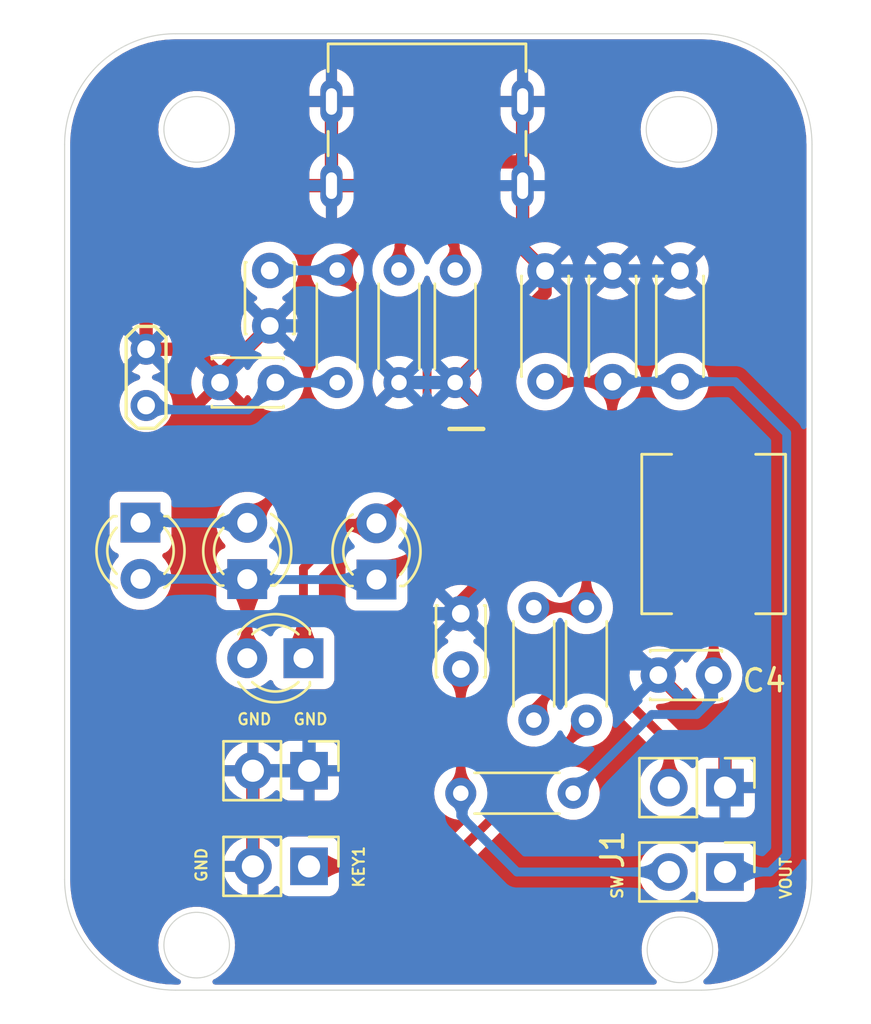
<source format=kicad_pcb>
(kicad_pcb (version 20240108) (generator "pcbnew") (generator_version "8.0")
  (layers (0 "F.Cu" signal) (31 "B.Cu" signal) (36 "B.SilkS" user "B.Silkscreen") (37 "F.SilkS" user "F.Silkscreen") (38 "B.Mask" user) (39 "F.Mask" user) (44 "Edge.Cuts" user))
  (net 0 "")
  (net 1 "GND")
  (net 2 "VCC")
  (net 3 "/VOUT")
  (net 4 "Net-(U1-BAT)")
  (net 5 "Net-(J1-Pin_2)")
  (net 6 "/LED3")
  (net 7 "/LED1")
  (net 8 "/LED2")
  (net 9 "Net-(J3-Pin_1)")
  (net 10 "Net-(J4-Pin_2)")
  (net 11 "/CC1")
  (net 12 "/CC2")
  (net 13 "Net-(U1-SW)")
  (net 14 "Net-(U1-KEY)")
  (net 15 "Net-(J6-Pin_2)")
  (footprint "LED_THT:LED_D3.0mm" (layer "F.Cu") (at 115.062 64.745 -90)
    (property "Reference" "D2" (hide yes))
    (property "Value" "LED")
    (fp_line (start -0.29 1.08) (end -0.29 1.236) (stroke (width 0.12)) (layer "F.SilkS"))
    (fp_line (start -0.29 -1.236) (end -0.29 -1.08) (stroke (width 0.12)) (layer "F.SilkS"))
    (fp_arc (start 2.31113 1.079837) (mid 1.270117 1.5) (end 0.229039 1.08) (stroke (width 0.12)) (layer "F.SilkS"))
    (fp_arc (start 2.942335 1.078608) (mid 1.366487 1.987659) (end -0.29 1.235516) (stroke (width 0.12)) (layer "F.SilkS"))
    (fp_arc (start 0.229039 -1.08) (mid 1.270117 -1.5) (end 2.31113 -1.079837) (stroke (width 0.12)) (layer "F.SilkS"))
    (fp_arc (start -0.29 -1.235516) (mid 1.366487 -1.987659) (end 2.942335 -1.078608) (stroke (width 0.12)) (layer "F.SilkS"))
    (pad "1" thru_hole rect (at 0 0 270) (size 1.8 1.8) (drill 0.9) (layers "*.Cu" "*.Mask") (net 7 "/LED1"))
    (pad "2" thru_hole circle (at 2.54 0 270) (size 1.8 1.8) (drill 0.9) (layers "*.Cu" "*.Mask") (net 6 "/LED3"))
  )
  (footprint "Resistor_THT:R_Axial_DIN0204_L3.6mm_D1.6mm_P5.08mm_Horizontal" (layer "F.Cu") (at 126.746 58.42 90)
    (property "Reference" "R6" (hide yes))
    (property "Value" "5.1k")
    (fp_line (start 0.62 -0.92) (end 4.46 -0.92) (stroke (width 0.12)) (layer "F.SilkS"))
    (fp_line (start 0.62 0.92) (end 4.46 0.92) (stroke (width 0.12)) (layer "F.SilkS"))
    (pad "1" thru_hole circle (at 0 0 90) (size 1.4 1.4) (drill 0.7) (layers "*.Cu" "*.Mask") (net 1 "GND"))
    (pad "2" thru_hole oval (at 5.08 0 90) (size 1.4 1.4) (drill 0.7) (layers "*.Cu" "*.Mask") (net 12 "/CC2"))
  )
  (footprint "Resistor_THT:R_Axial_DIN0204_L3.6mm_D1.6mm_P5.08mm_Horizontal" (layer "F.Cu") (at 123.952 53.34 -90)
    (property "Reference" "R1" (hide yes))
    (property "Value" "2R")
    (fp_line (start 0.62 0.92) (end 4.46 0.92) (stroke (width 0.12)) (layer "F.SilkS"))
    (fp_line (start 0.62 -0.92) (end 4.46 -0.92) (stroke (width 0.12)) (layer "F.SilkS"))
    (pad "1" thru_hole circle (at 0 0 270) (size 1.4 1.4) (drill 0.7) (layers "*.Cu" "*.Mask") (net 2 "VCC"))
    (pad "2" thru_hole oval (at 5.08 0 270) (size 1.4 1.4) (drill 0.7) (layers "*.Cu" "*.Mask") (net 15 "Net-(J6-Pin_2)"))
  )
  (footprint "Connector_PinHeader_2.54mm:PinHeader_1x02_P2.54mm_Vertical" (layer "F.Cu") (at 141.483 76.708 -90)
    (property "Reference" "J4" (hide yes))
    (property "Value" "Conn_01x02_Socket")
    (fp_line (start -1.33 3.87) (end 1.33 3.87) (stroke (width 0.12)) (layer "F.SilkS"))
    (fp_line (start -1.33 1.27) (end -1.33 3.87) (stroke (width 0.12)) (layer "F.SilkS"))
    (fp_line (start -1.33 1.27) (end 1.33 1.27) (stroke (width 0.12)) (layer "F.SilkS"))
    (fp_line (start 1.33 1.27) (end 1.33 3.87) (stroke (width 0.12)) (layer "F.SilkS"))
    (fp_line (start -1.33 0) (end -1.33 -1.33) (stroke (width 0.12)) (layer "F.SilkS"))
    (fp_line (start -1.33 -1.33) (end 0 -1.33) (stroke (width 0.12)) (layer "F.SilkS"))
    (pad "1" thru_hole rect (at 0 0 270) (size 1.7 1.7) (drill 1) (layers "*.Cu" "*.Mask") (net 1 "GND"))
    (pad "2" thru_hole oval (at 0 2.54 270) (size 1.7 1.7) (drill 1) (layers "*.Cu" "*.Mask") (net 10 "Net-(J4-Pin_2)"))
  )
  (footprint "Capacitor_THT:C_Disc_D4.3mm_W1.9mm_P5.00mm" (layer "F.Cu") (at 133.35 58.38 90)
    (property "Reference" "C3" (hide yes))
    (property "Value" "22uf")
    (fp_line (start 4.77 -1.07) (end 4.77 -1.055) (stroke (width 0.12)) (layer "F.SilkS"))
    (fp_line (start 0.23 -1.07) (end 4.77 -1.07) (stroke (width 0.12)) (layer "F.SilkS"))
    (fp_line (start 0.23 -1.07) (end 0.23 -1.055) (stroke (width 0.12)) (layer "F.SilkS"))
    (fp_line (start 4.77 1.055) (end 4.77 1.07) (stroke (width 0.12)) (layer "F.SilkS"))
    (fp_line (start 0.23 1.055) (end 0.23 1.07) (stroke (width 0.12)) (layer "F.SilkS"))
    (fp_line (start 0.23 1.07) (end 4.77 1.07) (stroke (width 0.12)) (layer "F.SilkS"))
    (pad "1" thru_hole circle (at 0 0 90) (size 1.6 1.6) (drill 0.8) (layers "*.Cu" "*.Mask") (net 3 "/VOUT"))
    (pad "2" thru_hole circle (at 5 0 90) (size 1.6 1.6) (drill 0.8) (layers "*.Cu" "*.Mask") (net 1 "GND"))
  )
  (footprint "Resistor_THT:R_Axial_DIN0204_L3.6mm_D1.6mm_P5.08mm_Horizontal" (layer "F.Cu") (at 129.286 58.42 90)
    (property "Reference" "R5" (hide yes))
    (property "Value" "5.1k")
    (fp_line (start 0.62 -0.92) (end 4.46 -0.92) (stroke (width 0.12)) (layer "F.SilkS"))
    (fp_line (start 0.62 0.92) (end 4.46 0.92) (stroke (width 0.12)) (layer "F.SilkS"))
    (pad "1" thru_hole circle (at 0 0 90) (size 1.4 1.4) (drill 0.7) (layers "*.Cu" "*.Mask") (net 1 "GND"))
    (pad "2" thru_hole oval (at 5.08 0 90) (size 1.4 1.4) (drill 0.7) (layers "*.Cu" "*.Mask") (net 11 "/CC1"))
  )
  (footprint "Connector_PinHeader_2.54mm:PinHeader_1x02_P2.54mm_Vertical" (layer "F.Cu") (at 122.682 75.946 -90)
    (property "Reference" "J2" (hide yes))
    (property "Value" "BATTERY")
    (fp_line (start -1.33 3.87) (end 1.33 3.87) (stroke (width 0.12)) (layer "F.SilkS"))
    (fp_line (start -1.33 1.27) (end -1.33 3.87) (stroke (width 0.12)) (layer "F.SilkS"))
    (fp_line (start -1.33 1.27) (end 1.33 1.27) (stroke (width 0.12)) (layer "F.SilkS"))
    (fp_line (start 1.33 1.27) (end 1.33 3.87) (stroke (width 0.12)) (layer "F.SilkS"))
    (fp_line (start -1.33 0) (end -1.33 -1.33) (stroke (width 0.12)) (layer "F.SilkS"))
    (fp_line (start -1.33 -1.33) (end 0 -1.33) (stroke (width 0.12)) (layer "F.SilkS"))
    (pad "1" thru_hole rect (at 0 0 270) (size 1.7 1.7) (drill 1) (layers "*.Cu" "*.Mask") (net 1 "GND"))
    (pad "2" thru_hole oval (at 0 2.54 270) (size 1.7 1.7) (drill 1) (layers "*.Cu" "*.Mask") (net 1 "GND"))
  )
  (footprint "Library:IND_SRP6540-1R0M" (layer "F.Cu") (at 140.97 65.259 -90)
    (property "Reference" "L1" (hide yes))
    (property "Value" "1uH")
    (fp_line (start -3.6 3.25) (end -3.6 1.9) (stroke (width 0.127)) (layer "F.SilkS"))
    (fp_line (start 3.6 3.25) (end -3.6 3.25) (stroke (width 0.127)) (layer "F.SilkS"))
    (fp_line (start 3.6 1.9) (end 3.6 3.25) (stroke (width 0.127)) (layer "F.SilkS"))
    (fp_line (start -3.6 -1.9) (end -3.6 -3.25) (stroke (width 0.127)) (layer "F.SilkS"))
    (fp_line (start -3.6 -3.25) (end 3.6 -3.25) (stroke (width 0.127)) (layer "F.SilkS"))
    (fp_line (start 3.6 -3.25) (end 3.6 -1.9) (stroke (width 0.127)) (layer "F.SilkS"))
    (pad "1" smd rect (at -2.775 0 270) (size 1.85 3.4) (layers "F.Cu" "F.Paste" "F.Mask") (net 13 "Net-(U1-SW)"))
    (pad "2" smd rect (at 2.775 0 270) (size 1.85 3.4) (layers "F.Cu" "F.Paste" "F.Mask") (net 4 "Net-(U1-BAT)"))
  )
  (footprint "Capacitor_THT:C_Disc_D3.0mm_W2.0mm_P2.50mm" (layer "F.Cu") (at 120.904 53.36 -90)
    (property "Reference" "C2" (hide yes))
    (property "Value" "10uf")
    (fp_line (start -0.37 1.12) (end 2.87 1.12) (stroke (width 0.12)) (layer "F.SilkS"))
    (fp_line (start -0.37 1.055) (end -0.37 1.12) (stroke (width 0.12)) (layer "F.SilkS"))
    (fp_line (start 2.87 1.055) (end 2.87 1.12) (stroke (width 0.12)) (layer "F.SilkS"))
    (fp_line (start -0.37 -1.12) (end -0.37 -1.055) (stroke (width 0.12)) (layer "F.SilkS"))
    (fp_line (start -0.37 -1.12) (end 2.87 -1.12) (stroke (width 0.12)) (layer "F.SilkS"))
    (fp_line (start 2.87 -1.12) (end 2.87 -1.055) (stroke (width 0.12)) (layer "F.SilkS"))
    (pad "1" thru_hole circle (at 0 0 270) (size 1.6 1.6) (drill 0.8) (layers "*.Cu" "*.Mask") (net 2 "VCC"))
    (pad "2" thru_hole circle (at 2.5 0 270) (size 1.6 1.6) (drill 0.8) (layers "*.Cu" "*.Mask") (net 1 "GND"))
  )
  (footprint "Capacitor_THT:C_Disc_D4.3mm_W1.9mm_P5.00mm" (layer "F.Cu") (at 139.446 58.38 90)
    (property "Reference" "C5" (hide yes))
    (property "Value" "22uf")
    (fp_line (start 4.77 -1.07) (end 4.77 -1.055) (stroke (width 0.12)) (layer "F.SilkS"))
    (fp_line (start 0.23 -1.07) (end 4.77 -1.07) (stroke (width 0.12)) (layer "F.SilkS"))
    (fp_line (start 0.23 -1.07) (end 0.23 -1.055) (stroke (width 0.12)) (layer "F.SilkS"))
    (fp_line (start 4.77 1.055) (end 4.77 1.07) (stroke (width 0.12)) (layer "F.SilkS"))
    (fp_line (start 0.23 1.055) (end 0.23 1.07) (stroke (width 0.12)) (layer "F.SilkS"))
    (fp_line (start 0.23 1.07) (end 4.77 1.07) (stroke (width 0.12)) (layer "F.SilkS"))
    (pad "1" thru_hole circle (at 0 0 90) (size 1.6 1.6) (drill 0.8) (layers "*.Cu" "*.Mask") (net 3 "/VOUT"))
    (pad "2" thru_hole circle (at 5 0 90) (size 1.6 1.6) (drill 0.8) (layers "*.Cu" "*.Mask") (net 1 "GND"))
  )
  (footprint "LED_THT:LED_D3.0mm" (layer "F.Cu") (at 119.888 67.295 90)
    (property "Reference" "D1" (hide yes))
    (property "Value" "LED")
    (fp_line (start -0.29 -1.236) (end -0.29 -1.08) (stroke (width 0.12)) (layer "F.SilkS"))
    (fp_line (start -0.29 1.08) (end -0.29 1.236) (stroke (width 0.12)) (layer "F.SilkS"))
    (fp_arc (start -0.29 -1.235516) (mid 1.366487 -1.987659) (end 2.942335 -1.078608) (stroke (width 0.12)) (layer "F.SilkS"))
    (fp_arc (start 0.229039 -1.08) (mid 1.270117 -1.5) (end 2.31113 -1.079837) (stroke (width 0.12)) (layer "F.SilkS"))
    (fp_arc (start 2.942335 1.078608) (mid 1.366487 1.987659) (end -0.29 1.235516) (stroke (width 0.12)) (layer "F.SilkS"))
    (fp_arc (start 2.31113 1.079837) (mid 1.270117 1.5) (end 0.229039 1.08) (stroke (width 0.12)) (layer "F.SilkS"))
    (pad "1" thru_hole rect (at 0 0 90) (size 1.8 1.8) (drill 0.9) (layers "*.Cu" "*.Mask") (net 6 "/LED3"))
    (pad "2" thru_hole circle (at 2.54 0 90) (size 1.8 1.8) (drill 0.9) (layers "*.Cu" "*.Mask") (net 7 "/LED1"))
  )
  (footprint "Resistor_THT:R_Axial_DIN0204_L3.6mm_D1.6mm_P5.08mm_Horizontal" (layer "F.Cu") (at 132.842 73.66 90)
    (property "Reference" "R3" (hide yes))
    (property "Value" "10k")
    (fp_line (start 0.62 -0.92) (end 4.46 -0.92) (stroke (width 0.12)) (layer "F.SilkS"))
    (fp_line (start 0.62 0.92) (end 4.46 0.92) (stroke (width 0.12)) (layer "F.SilkS"))
    (pad "1" thru_hole circle (at 0 0 90) (size 1.4 1.4) (drill 0.7) (layers "*.Cu" "*.Mask") (net 10 "Net-(J4-Pin_2)"))
    (pad "2" thru_hole oval (at 5.08 0 90) (size 1.4 1.4) (drill 0.7) (layers "*.Cu" "*.Mask") (net 14 "Net-(U1-KEY)"))
  )
  (footprint "Resistor_THT:R_Axial_DIN0204_L3.6mm_D1.6mm_P5.08mm_Horizontal" (layer "F.Cu") (at 135.218 73.66 90)
    (property "Reference" "R4" (hide yes))
    (property "Value" "20R")
    (fp_line (start 0.62 -0.92) (end 4.46 -0.92) (stroke (width 0.12)) (layer "F.SilkS"))
    (fp_line (start 0.62 0.92) (end 4.46 0.92) (stroke (width 0.12)) (layer "F.SilkS"))
    (pad "1" thru_hole circle (at 0 0 90) (size 1.4 1.4) (drill 0.7) (layers "*.Cu" "*.Mask") (net 9 "Net-(J3-Pin_1)"))
    (pad "2" thru_hole oval (at 5.08 0 90) (size 1.4 1.4) (drill 0.7) (layers "*.Cu" "*.Mask") (net 14 "Net-(U1-KEY)"))
  )
  (footprint "Connector_PinHeader_2.54mm:PinHeader_1x02_P2.54mm_Vertical" (layer "F.Cu") (at 141.483 80.518 -90)
    (property "Reference" "J1" (at -1.016 5.085 90) (layer "F.SilkS"))
    (property "Value" "OUTPUT")
    (fp_line (start -1.33 3.87) (end 1.33 3.87) (stroke (width 0.12)) (layer "F.SilkS"))
    (fp_line (start -1.33 1.27) (end -1.33 3.87) (stroke (width 0.12)) (layer "F.SilkS"))
    (fp_line (start -1.33 1.27) (end 1.33 1.27) (stroke (width 0.12)) (layer "F.SilkS"))
    (fp_line (start 1.33 1.27) (end 1.33 3.87) (stroke (width 0.12)) (layer "F.SilkS"))
    (fp_line (start -1.33 0) (end -1.33 -1.33) (stroke (width 0.12)) (layer "F.SilkS"))
    (fp_line (start -1.33 -1.33) (end 0 -1.33) (stroke (width 0.12)) (layer "F.SilkS"))
    (pad "1" thru_hole rect (at 0 0 270) (size 1.7 1.7) (drill 1) (layers "*.Cu" "*.Mask") (net 3 "/VOUT"))
    (pad "2" thru_hole oval (at 0 2.54 270) (size 1.7 1.7) (drill 1) (layers "*.Cu" "*.Mask") (net 5 "Net-(J1-Pin_2)"))
  )
  (footprint "Library:CUI_UJC-HP-3-SMT-TR" (layer "F.Cu") (at 128.014 49.53 180)
    (property "Reference" "J5" (hide yes))
    (property "Value" "UJC-HP-3-SMT-TR")
    (fp_line (start 4.47 6.4) (end 4.47 5.15) (stroke (width 0.127)) (layer "F.SilkS"))
    (fp_line (start 4.47 2.45) (end 4.47 1.35) (stroke (width 0.127)) (layer "F.SilkS"))
    (fp_line (start -4.47 6.4) (end 4.47 6.4) (stroke (width 0.127)) (layer "F.SilkS"))
    (fp_line (start -4.47 6.4) (end -4.47 5.15) (stroke (width 0.127)) (layer "F.SilkS"))
    (fp_line (start -4.47 2.45) (end -4.47 1.35) (stroke (width 0.127)) (layer "F.SilkS"))
    (pad "A5" smd rect (at -0.5 -0.005 180) (size 0.7 1.15) (layers "F.Cu" "F.Paste" "F.Mask") (net 11 "/CC1"))
    (pad "A9" smd rect (at 1.52 -0.005 180) (size 0.8 1.15) (layers "F.Cu" "F.Paste" "F.Mask") (net 2 "VCC"))
    (pad "A12" smd rect (at 2.75 -0.005 180) (size 0.9 1.15) (layers "F.Cu" "F.Paste" "F.Mask") (net 1 "GND"))
    (pad "B5" smd rect (at 0.5 -0.005 180) (size 0.7 1.15) (layers "F.Cu" "F.Paste" "F.Mask") (net 12 "/CC2"))
    (pad "B9" smd rect (at -1.52 -0.005 180) (size 0.8 1.15) (layers "F.Cu" "F.Paste" "F.Mask") (net 2 "VCC"))
    (pad "B12" smd rect (at -2.75 -0.005 180) (size 0.9 1.15) (layers "F.Cu" "F.Paste" "F.Mask") (net 1 "GND"))
    (pad "S1" thru_hole oval (at -4.32 0 180) (size 1 2) (drill oval 0.5 1.2) (layers "*.Cu" "*.Mask") (net 1 "GND"))
    (pad "S2" thru_hole oval (at 4.32 0 180) (size 1 2) (drill oval 0.5 1.2) (layers "*.Cu" "*.Mask") (net 1 "GND"))
    (pad "S3" thru_hole oval (at -4.32 3.8 180) (size 1 2) (drill oval 0.5 1.2) (layers "*.Cu" "*.Mask") (net 1 "GND"))
    (pad "S4" thru_hole oval (at 4.32 3.8 180) (size 1 2) (drill oval 0.5 1.2) (layers "*.Cu" "*.Mask") (net 1 "GND"))
  )
  (footprint "Capacitor_THT:C_Disc_D3.0mm_W2.0mm_P2.50mm" (layer "F.Cu") (at 121.158 58.42 180)
    (property "Reference" "C1" (hide yes))
    (property "Value" "10uf")
    (fp_line (start 2.87 1.055) (end 2.87 1.12) (stroke (width 0.12)) (layer "F.SilkS"))
    (fp_line (start 2.87 -1.12) (end 2.87 -1.055) (stroke (width 0.12)) (layer "F.SilkS"))
    (fp_line (start -0.37 1.12) (end 2.87 1.12) (stroke (width 0.12)) (layer "F.SilkS"))
    (fp_line (start -0.37 1.055) (end -0.37 1.12) (stroke (width 0.12)) (layer "F.SilkS"))
    (fp_line (start -0.37 -1.12) (end 2.87 -1.12) (stroke (width 0.12)) (layer "F.SilkS"))
    (fp_line (start -0.37 -1.12) (end -0.37 -1.055) (stroke (width 0.12)) (layer "F.SilkS"))
    (pad "1" thru_hole circle (at 0 0 180) (size 1.6 1.6) (drill 0.8) (layers "*.Cu" "*.Mask") (net 15 "Net-(J6-Pin_2)"))
    (pad "2" thru_hole circle (at 2.5 0 180) (size 1.6 1.6) (drill 0.8) (layers "*.Cu" "*.Mask") (net 1 "GND"))
  )
  (footprint "Capacitor_THT:C_Disc_D3.0mm_W2.0mm_P2.50mm" (layer "F.Cu") (at 129.54 71.354 90)
    (property "Reference" "C7" (hide yes))
    (property "Value" "10uf")
    (fp_line (start 2.87 -1.12) (end 2.87 -1.055) (stroke (width 0.12)) (layer "F.SilkS"))
    (fp_line (start -0.37 -1.12) (end 2.87 -1.12) (stroke (width 0.12)) (layer "F.SilkS"))
    (fp_line (start -0.37 -1.12) (end -0.37 -1.055) (stroke (width 0.12)) (layer "F.SilkS"))
    (fp_line (start 2.87 1.055) (end 2.87 1.12) (stroke (width 0.12)) (layer "F.SilkS"))
    (fp_line (start -0.37 1.055) (end -0.37 1.12) (stroke (width 0.12)) (layer "F.SilkS"))
    (fp_line (start -0.37 1.12) (end 2.87 1.12) (stroke (width 0.12)) (layer "F.SilkS"))
    (pad "1" thru_hole circle (at 0 0 90) (size 1.6 1.6) (drill 0.8) (layers "*.Cu" "*.Mask") (net 5 "Net-(J1-Pin_2)"))
    (pad "2" thru_hole circle (at 2.5 0 90) (size 1.6 1.6) (drill 0.8) (layers "*.Cu" "*.Mask") (net 1 "GND"))
  )
  (footprint "Resistor_THT:R_Axial_DIN0204_L3.6mm_D1.6mm_P5.08mm_Horizontal" (layer "F.Cu") (at 134.62 76.962 180)
    (property "Reference" "R2" (hide yes))
    (property "Value" "2R")
    (fp_line (start 0.62 0.92) (end 4.46 0.92) (stroke (width 0.12)) (layer "F.SilkS"))
    (fp_line (start 0.62 -0.92) (end 4.46 -0.92) (stroke (width 0.12)) (layer "F.SilkS"))
    (pad "1" thru_hole circle (at 0 0 180) (size 1.4 1.4) (drill 0.7) (layers "*.Cu" "*.Mask") (net 4 "Net-(U1-BAT)"))
    (pad "2" thru_hole oval (at 5.08 0 180) (size 1.4 1.4) (drill 0.7) (layers "*.Cu" "*.Mask") (net 5 "Net-(J1-Pin_2)"))
  )
  (footprint "Connector_PinHeader_2.54mm:PinHeader_1x02_P2.54mm_Vertical" (layer "F.Cu") (at 122.682 80.264 -90)
    (property "Reference" "J3" (hide yes))
    (property "Value" "Conn_01x02_Socket")
    (fp_line (start -1.33 3.87) (end 1.33 3.87) (stroke (width 0.12)) (layer "F.SilkS"))
    (fp_line (start -1.33 1.27) (end -1.33 3.87) (stroke (width 0.12)) (layer "F.SilkS"))
    (fp_line (start -1.33 1.27) (end 1.33 1.27) (stroke (width 0.12)) (layer "F.SilkS"))
    (fp_line (start 1.33 1.27) (end 1.33 3.87) (stroke (width 0.12)) (layer "F.SilkS"))
    (fp_line (start -1.33 0) (end -1.33 -1.33) (stroke (width 0.12)) (layer "F.SilkS"))
    (fp_line (start -1.33 -1.33) (end 0 -1.33) (stroke (width 0.12)) (layer "F.SilkS"))
    (pad "1" thru_hole rect (at 0 0 270) (size 1.7 1.7) (drill 1) (layers "*.Cu" "*.Mask") (net 9 "Net-(J3-Pin_1)"))
    (pad "2" thru_hole oval (at 0 2.54 270) (size 1.7 1.7) (drill 1) (layers "*.Cu" "*.Mask") (net 1 "GND"))
  )
  (footprint "Capacitor_THT:C_Disc_D3.0mm_W2.0mm_P2.50mm" (layer "F.Cu") (at 140.97 71.628 180)
    (property "Reference" "C4" (at -2.286 -0.254 180) (layer "F.SilkS"))
    (property "Value" "10uf")
    (fp_line (start 2.87 1.055) (end 2.87 1.12) (stroke (width 0.12)) (layer "F.SilkS"))
    (fp_line (start 2.87 -1.12) (end 2.87 -1.055) (stroke (width 0.12)) (layer "F.SilkS"))
    (fp_line (start -0.37 1.12) (end 2.87 1.12) (stroke (width 0.12)) (layer "F.SilkS"))
    (fp_line (start -0.37 1.055) (end -0.37 1.12) (stroke (width 0.12)) (layer "F.SilkS"))
    (fp_line (start -0.37 -1.12) (end 2.87 -1.12) (stroke (width 0.12)) (layer "F.SilkS"))
    (fp_line (start -0.37 -1.12) (end -0.37 -1.055) (stroke (width 0.12)) (layer "F.SilkS"))
    (pad "1" thru_hole circle (at 0 0 180) (size 1.6 1.6) (drill 0.8) (layers "*.Cu" "*.Mask") (net 4 "Net-(U1-BAT)"))
    (pad "2" thru_hole circle (at 2.5 0 180) (size 1.6 1.6) (drill 0.8) (layers "*.Cu" "*.Mask") (net 1 "GND"))
  )
  (footprint "LED_THT:LED_D3.0mm" (layer "F.Cu") (at 122.428 70.866 180)
    (property "Reference" "D4" (hide yes))
    (property "Value" "LED")
    (fp_line (start -0.29 1.08) (end -0.29 1.236) (stroke (width 0.12)) (layer "F.SilkS"))
    (fp_line (start -0.29 -1.236) (end -0.29 -1.08) (stroke (width 0.12)) (layer "F.SilkS"))
    (fp_arc (start 2.942335 1.078608) (mid 1.366487 1.987659) (end -0.29 1.235516) (stroke (width 0.12)) (layer "F.SilkS"))
    (fp_arc (start 2.31113 1.079837) (mid 1.270117 1.5) (end 0.229039 1.08) (stroke (width 0.12)) (layer "F.SilkS"))
    (fp_arc (start 0.229039 -1.08) (mid 1.270117 -1.5) (end 2.31113 -1.079837) (stroke (width 0.12)) (layer "F.SilkS"))
    (fp_arc (start -0.29 -1.235516) (mid 1.366487 -1.987659) (end 2.942335 -1.078608) (stroke (width 0.12)) (layer "F.SilkS"))
    (pad "1" thru_hole rect (at 0 0 180) (size 1.8 1.8) (drill 0.9) (layers "*.Cu" "*.Mask") (net 8 "/LED2"))
    (pad "2" thru_hole circle (at 2.54 0 180) (size 1.8 1.8) (drill 0.9) (layers "*.Cu" "*.Mask") (net 6 "/LED3"))
  )
  (footprint "TestPoint:TestPoint_2Pads_Pitch2.54mm_Drill0.8mm" (layer "F.Cu") (at 115.316 56.916 -90)
    (property "Reference" "J6" (hide yes))
    (property "Value" "TP1")
    (fp_line (start -0.53 0.9) (end -1.03 0.4) (stroke (width 0.15)) (layer "F.SilkS"))
    (fp_line (start 3.07 0.9) (end -0.53 0.9) (stroke (width 0.15)) (layer "F.SilkS"))
    (fp_line (start -1.03 0.4) (end -1.03 -0.4) (stroke (width 0.15)) (layer "F.SilkS"))
    (fp_line (start 3.57 0.4) (end 3.07 0.9) (stroke (width 0.15)) (layer "F.SilkS"))
    (fp_line (start -1.03 -0.4) (end -0.53 -0.9) (stroke (width 0.15)) (layer "F.SilkS"))
    (fp_line (start 3.57 -0.4) (end 3.57 0.4) (stroke (width 0.15)) (layer "F.SilkS"))
    (fp_line (start -0.53 -0.9) (end 3.07 -0.9) (stroke (width 0.15)) (layer "F.SilkS"))
    (fp_line (start 3.07 -0.9) (end 3.57 -0.4) (stroke (width 0.15)) (layer "F.SilkS"))
    (pad "1" thru_hole circle (at 0 0 270) (size 1.4 1.4) (drill 0.8) (layers "*.Cu" "*.Mask") (net 1 "GND"))
    (pad "2" thru_hole circle (at 2.54 0 270) (size 1.4 1.4) (drill 0.8) (layers "*.Cu" "*.Mask") (net 15 "Net-(J6-Pin_2)"))
  )
  (footprint "Capacitor_THT:C_Disc_D4.3mm_W1.9mm_P5.00mm" (layer "F.Cu") (at 136.398 58.38 90)
    (property "Reference" "C6" (hide yes))
    (property "Value" "22uf")
    (fp_line (start 4.77 -1.07) (end 4.77 -1.055) (stroke (width 0.12)) (layer "F.SilkS"))
    (fp_line (start 0.23 -1.07) (end 4.77 -1.07) (stroke (width 0.12)) (layer "F.SilkS"))
    (fp_line (start 0.23 -1.07) (end 0.23 -1.055) (stroke (width 0.12)) (layer "F.SilkS"))
    (fp_line (start 4.77 1.055) (end 4.77 1.07) (stroke (width 0.12)) (layer "F.SilkS"))
    (fp_line (start 0.23 1.055) (end 0.23 1.07) (stroke (width 0.12)) (layer "F.SilkS"))
    (fp_line (start 0.23 1.07) (end 4.77 1.07) (stroke (width 0.12)) (layer "F.SilkS"))
    (pad "1" thru_hole circle (at 0 0 90) (size 1.6 1.6) (drill 0.8) (layers "*.Cu" "*.Mask") (net 3 "/VOUT"))
    (pad "2" thru_hole circle (at 5 0 90) (size 1.6 1.6) (drill 0.8) (layers "*.Cu" "*.Mask") (net 1 "GND"))
  )
  (footprint "Library:SOIC127P600X165-9N" (layer "F.Cu") (at 132.506 63.119)
    (property "Reference" "U1" (hide yes))
    (property "Value" "IP5306" (hide yes))
    (fp_line (start -3.475 -2.605) (end -1.95 -2.605) (stroke (width 0.2)) (layer "F.SilkS"))
    (pad "1" smd rect (at -2.712 -1.905 90) (size 0.7 1.525) (layers "F.Cu" "F.Paste" "F.Mask") (net 2 "VCC"))
    (pad "2" smd rect (at -2.712 -0.635 90) (size 0.7 1.525) (layers "F.Cu" "F.Paste" "F.Mask") (net 7 "/LED1"))
    (pad "3" smd rect (at -2.712 0.635 90) (size 0.7 1.525) (layers "F.Cu" "F.Paste" "F.Mask") (net 8 "/LED2"))
    (pad "4" smd rect (at -2.712 1.905 90) (size 0.7 1.525) (layers "F.Cu" "F.Paste" "F.Mask") (net 6 "/LED3"))
    (pad "5" smd rect (at 2.712 1.905 90) (size 0.7 1.525) (layers "F.Cu" "F.Paste" "F.Mask") (net 14 "Net-(U1-KEY)"))
    (pad "6" smd rect (at 2.712 0.635 90) (size 0.7 1.525) (layers "F.Cu" "F.Paste" "F.Mask") (net 4 "Net-(U1-BAT)"))
    (pad "7" smd rect (at 2.712 -0.635 90) (size 0.7 1.525) (layers "F.Cu" "F.Paste" "F.Mask") (net 13 "Net-(U1-SW)"))
    (pad "8" smd rect (at 2.712 -1.905 90) (size 0.7 1.525) (layers "F.Cu" "F.Paste" "F.Mask") (net 3 "/VOUT"))
    (pad "9" smd rect (at 0 0) (size 2.21 3.1) (layers "F.Cu" "F.Paste" "F.Mask") (net 1 "GND"))
  )
  (footprint "LED_THT:LED_D3.0mm" (layer "F.Cu") (at 125.73 67.315 90)
    (property "Reference" "D3" (hide yes))
    (property "Value" "LED")
    (fp_line (start -0.29 -1.236) (end -0.29 -1.08) (stroke (width 0.12)) (layer "F.SilkS"))
    (fp_line (start -0.29 1.08) (end -0.29 1.236) (stroke (width 0.12)) (layer "F.SilkS"))
    (fp_arc (start -0.29 -1.235516) (mid 1.366487 -1.987659) (end 2.942335 -1.078608) (stroke (width 0.12)) (layer "F.SilkS"))
    (fp_arc (start 0.229039 -1.08) (mid 1.270117 -1.5) (end 2.31113 -1.079837) (stroke (width 0.12)) (layer "F.SilkS"))
    (fp_arc (start 2.942335 1.078608) (mid 1.366487 1.987659) (end -0.29 1.235516) (stroke (width 0.12)) (layer "F.SilkS"))
    (fp_arc (start 2.31113 1.079837) (mid 1.270117 1.5) (end 0.229039 1.08) (stroke (width 0.12)) (layer "F.SilkS"))
    (pad "1" thru_hole rect (at 0 0 90) (size 1.8 1.8) (drill 0.9) (layers "*.Cu" "*.Mask") (net 6 "/LED3"))
    (pad "2" thru_hole circle (at 2.54 0 90) (size 1.8 1.8) (drill 0.9) (layers "*.Cu" "*.Mask") (net 8 "/LED2"))
  )
  (gr_arc (start 111.633 47.672) (mid 113.097466 44.136466) (end 116.633 42.672) (stroke (width 0.05)) (layer "Edge.Cuts"))
  (gr_line (start 116.633 42.672) (end 140.415 42.672) (stroke (width 0.05)) (layer "Edge.Cuts"))
  (gr_circle (center 139.403061 46.99) (end 138.641061 45.72) (stroke (width 0.05)) (fill none) (layer "Edge.Cuts"))
  (gr_arc (start 140.415 42.672) (mid 143.950534 44.136466) (end 145.415 47.672) (stroke (width 0.05)) (layer "Edge.Cuts"))
  (gr_line (start 111.633 80.852) (end 111.633 47.672) (stroke (width 0.05)) (layer "Edge.Cuts"))
  (gr_circle (center 117.602 83.82) (end 116.84 82.55) (stroke (width 0.05)) (fill none) (layer "Edge.Cuts"))
  (gr_circle (center 139.446 84.031061) (end 138.684 82.761061) (stroke (width 0.05)) (fill none) (layer "Edge.Cuts"))
  (gr_line (start 145.415 47.672) (end 145.415 80.852) (stroke (width 0.05)) (layer "Edge.Cuts"))
  (gr_arc (start 116.633 85.852) (mid 113.097466 84.387534) (end 111.633 80.852) (stroke (width 0.05)) (layer "Edge.Cuts"))
  (gr_circle (center 117.602 46.99) (end 116.84 45.72) (stroke (width 0.05)) (fill none) (layer "Edge.Cuts"))
  (gr_arc (start 145.415 80.852) (mid 143.950534 84.387534) (end 140.415 85.852) (stroke (width 0.05)) (layer "Edge.Cuts"))
  (gr_line (start 140.415 85.852) (end 116.633 85.852) (stroke (width 0.05)) (layer "Edge.Cuts"))
  (gr_text "GND" (at 118.11 81.026 90) (layer "F.SilkS") (effects (font (size 0.5 0.5) (thickness 0.1) (bold yes)) (justify left bottom)))
  (gr_text "GND" (at 119.38 73.914 0) (layer "F.SilkS") (effects (font (size 0.5 0.5) (thickness 0.1) (bold yes)) (justify left bottom)))
  (gr_text "VOUT\n" (at 144.526 81.788 90) (layer "F.SilkS") (effects (font (size 0.5 0.5) (thickness 0.1) (bold yes)) (justify left bottom)))
  (gr_text "GND" (at 121.92 73.914 0) (layer "F.SilkS") (effects (font (size 0.5 0.5) (thickness 0.1) (bold yes)) (justify left bottom)))
  (gr_text "SW\n" (at 136.906 81.788 90) (layer "F.SilkS") (effects (font (size 0.5 0.5) (thickness 0.1) (bold yes)) (justify left bottom)))
  (gr_text "KEY1\n" (at 125.222 81.28 90) (layer "F.SilkS") (effects (font (size 0.5 0.5) (thickness 0.1) (bold yes)) (justify left bottom)))
  (segment (start 132.334 45.73) (end 132.334 48.4583) (width 0.6) (layer "F.Cu") (net 1))
  (segment (start 133.35 53.38) (end 132.334 52.364) (width 0.6) (layer "F.Cu") (net 1))
  (segment (start 123.694 49.53) (end 125.259 49.53) (width 0.6) (layer "F.Cu") (net 1))
  (segment (start 129.54 68.326) (end 132.506 65.36) (width 0.6) (layer "F.Cu") (net 1))
  (segment (start 117.468 56.916) (end 118.658 58.106) (width 0.6) (layer "F.Cu") (net 1))
  (segment (start 118.658 58.106) (end 118.658 58.42) (width 0.6) (layer "F.Cu") (net 1))
  (segment (start 132.334 48.4583) (end 132.334 49.53) (width 0.6) (layer "F.Cu") (net 1))
  (segment (start 133.35 54.356) (end 133.35 53.38) (width 0.6) (layer "F.Cu") (net 1))
  (segment (start 120.904 49.53) (end 115.316 55.118) (width 0.6) (layer "F.Cu") (net 1))
  (segment (start 132.506 61.64) (end 129.286 58.42) (width 0.6) (layer "F.Cu") (net 1))
  (segment (start 118.658 58.106) (end 120.904 55.86) (width 0.6) (layer "F.Cu") (net 1))
  (segment (start 123.694 49.53) (end 120.904 49.53) (width 0.6) (layer "F.Cu") (net 1))
  (segment (start 120.142 80.264) (end 120.142 75.946) (width 0.6) (layer "F.Cu") (net 1))
  (segment (start 132.334 52.364) (end 132.334 51.0317) (width 0.6) (layer "F.Cu") (net 1))
  (segment (start 123.694 49.53) (end 123.694 45.73) (width 0.6) (layer "F.Cu") (net 1))
  (segment (start 130.764 49.535) (end 130.764 48.4583) (width 0.6) (layer "F.Cu") (net 1))
  (segment (start 125.259 49.53) (end 125.264 49.535) (width 0.6) (layer "F.Cu") (net 1))
  (segment (start 129.54 68.854) (end 129.54 68.326) (width 0.6) (layer "F.Cu") (net 1))
  (segment (start 132.506 63.119) (end 132.506 61.64) (width 0.6) (layer "F.Cu") (net 1))
  (segment (start 141.483 76.708) (end 141.483 74.641) (width 0.6) (layer "F.Cu") (net 1))
  (segment (start 132.334 48.4583) (end 130.764 48.4583) (width 0.6) (layer "F.Cu") (net 1))
  (segment (start 115.316 55.118) (end 115.316 56.916) (width 0.6) (layer "F.Cu") (net 1))
  (segment (start 132.506 65.36) (end 132.506 63.119) (width 0.6) (layer "F.Cu") (net 1))
  (segment (start 141.483 74.641) (end 138.47 71.628) (width 0.6) (layer "F.Cu") (net 1))
  (segment (start 132.334 49.53) (end 132.334 51.0317) (width 0.6) (layer "F.Cu") (net 1))
  (segment (start 129.286 58.42) (end 133.35 54.356) (width 0.6) (layer "F.Cu") (net 1))
  (segment (start 115.316 56.916) (end 117.468 56.916) (width 0.6) (layer "F.Cu") (net 1))
  (segment (start 126.746 58.42) (end 124.186 55.86) (width 0.6) (layer "B.Cu") (net 1))
  (segment (start 137.962 71.12) (end 138.47 71.628) (width 0.6) (layer "B.Cu") (net 1))
  (segment (start 136.398 53.38) (end 133.35 53.38) (width 0.6) (layer "B.Cu") (net 1))
  (segment (start 139.446 53.38) (end 136.398 53.38) (width 0.6) (layer "B.Cu") (net 1))
  (segment (start 129.54 68.854) (end 131.806 71.12) (width 0.6) (layer "B.Cu") (net 1))
  (segment (start 122.682 74.422) (end 128.25 68.854) (width 0.6) (layer "B.Cu") (net 1))
  (segment (start 131.806 71.12) (end 137.962 71.12) (width 0.6) (layer "B.Cu") (net 1))
  (segment (start 124.186 55.86) (end 120.904 55.86) (width 0.6) (layer "B.Cu") (net 1))
  (segment (start 122.682 75.946) (end 122.682 74.422) (width 0.6) (layer "B.Cu") (net 1))
  (segment (start 120.142 75.946) (end 122.682 75.946) (width 0.6) (layer "B.Cu") (net 1))
  (segment (start 128.25 68.854) (end 129.54 68.854) (width 0.6) (layer "B.Cu") (net 1))
  (segment (start 129.286 58.42) (end 126.746 58.42) (width 0.6) (layer "B.Cu") (net 1))
  (segment (start 129.794 61.214) (end 128.6298 61.214) (width 0.4) (layer "F.Cu") (net 2))
  (segment (start 126.494 50.798) (end 126.494 49.535) (width 0.4) (layer "F.Cu") (net 2))
  (segment (start 128.016 60.6002) (end 128.016 57.404) (width 0.4) (layer "F.Cu") (net 2))
  (segment (start 126.494 48.5583) (end 129.534 48.5583) (width 0.4) (layer "F.Cu") (net 2))
  (segment (start 123.952 53.34) (end 126.494 50.798) (width 0.4) (layer "F.Cu") (net 2))
  (segment (start 128.6298 61.214) (end 128.016 60.6002) (width 0.4) (layer "F.Cu") (net 2))
  (segment (start 129.534 49.535) (end 129.534 48.5583) (width 0.4) (layer "F.Cu") (net 2))
  (segment (start 128.016 57.404) (end 123.952 53.34) (width 0.4) (layer "F.Cu") (net 2))
  (segment (start 126.494 49.535) (end 126.494 48.5583) (width 0.4) (layer "F.Cu") (net 2))
  (segment (start 120.904 53.36) (end 123.932 53.36) (width 0.4) (layer "B.Cu") (net 2))
  (segment (start 123.932 53.36) (end 123.952 53.34) (width 0.4) (layer "B.Cu") (net 2))
  (segment (start 136.3822 61.214) (end 136.3822 58.3958) (width 0.4) (layer "F.Cu") (net 3))
  (segment (start 136.3822 58.3958) (end 136.398 58.38) (width 0.4) (layer "F.Cu") (net 3))
  (segment (start 136.3822 58.3958) (end 133.3658 58.3958) (width 0.4) (layer "F.Cu") (net 3))
  (segment (start 133.3658 58.3958) (end 133.35 58.38) (width 0.4) (layer "F.Cu") (net 3))
  (segment (start 135.218 61.214) (end 136.3822 61.214) (width 0.4) (layer "F.Cu") (net 3))
  (segment (start 141.946 58.38) (end 144.272 60.706) (width 0.4) (layer "B.Cu") (net 3))
  (segment (start 136.398 58.38) (end 139.446 58.38) (width 0.4) (layer "B.Cu") (net 3))
  (segment (start 144.272 79.756) (end 143.51 80.518) (width 0.4) (layer "B.Cu") (net 3))
  (segment (start 139.446 58.38) (end 141.946 58.38) (width 0.4) (layer "B.Cu") (net 3))
  (segment (start 143.51 80.518) (end 141.483 80.518) (width 0.4) (layer "B.Cu") (net 3))
  (segment (start 144.272 60.706) (end 144.272 79.756) (width 0.4) (layer "B.Cu") (net 3))
  (segment (start 140.97 71.628) (end 140.97 68.034) (width 0.4) (layer "F.Cu") (net 4))
  (segment (start 140.97 67.056) (end 140.97 68.034) (width 0.4) (layer "F.Cu") (net 4))
  (segment (start 135.218 63.754) (end 137.668 63.754) (width 0.4) (layer "F.Cu") (net 4))
  (segment (start 137.668 63.754) (end 140.97 67.056) (width 0.4) (layer "F.Cu") (net 4))
  (segment (start 140.97 72.644) (end 140.97 71.628) (width 0.4) (layer "B.Cu") (net 4))
  (segment (start 138.176 73.406) (end 140.208 73.406) (width 0.4) (layer "B.Cu") (net 4))
  (segment (start 140.208 73.406) (end 140.97 72.644) (width 0.4) (layer "B.Cu") (net 4))
  (segment (start 134.62 76.962) (end 138.176 73.406) (width 0.4) (layer "B.Cu") (net 4))
  (segment (start 129.54 71.354) (end 129.54 76.962) (width 0.4) (layer "F.Cu") (net 5))
  (segment (start 138.943 80.518) (end 132.08 80.518) (width 0.4) (layer "B.Cu") (net 5))
  (segment (start 132.08 80.518) (end 129.54 77.978) (width 0.4) (layer "B.Cu") (net 5))
  (segment (start 129.54 77.978) (end 129.54 76.962) (width 0.4) (layer "B.Cu") (net 5))
  (segment (start 119.888 70.866) (end 119.888 67.295) (width 0.4) (layer "F.Cu") (net 6))
  (segment (start 126.233 67.315) (end 125.73 67.315) (width 0.4) (layer "F.Cu") (net 6))
  (segment (start 128.524 65.024) (end 126.233 67.315) (width 0.4) (layer "F.Cu") (net 6))
  (segment (start 129.794 65.024) (end 128.524 65.024) (width 0.4) (layer "F.Cu") (net 6))
  (segment (start 125.73 67.315) (end 121.2097 67.315) (width 0.4) (layer "B.Cu") (net 6))
  (segment (start 121.2097 67.315) (end 121.1897 67.295) (width 0.4) (layer "B.Cu") (net 6))
  (segment (start 119.888 67.295) (end 115.072 67.295) (width 0.4) (layer "B.Cu") (net 6))
  (segment (start 115.072 67.295) (end 115.062 67.285) (width 0.4) (layer "B.Cu") (net 6))
  (segment (start 119.888 67.295) (end 121.1897 67.295) (width 0.4) (layer "B.Cu") (net 6))
  (segment (start 129.794 62.484) (end 122.159 62.484) (width 0.4) (layer "F.Cu") (net 7))
  (segment (start 122.159 62.484) (end 119.888 64.755) (width 0.4) (layer "F.Cu") (net 7))
  (segment (start 115.062 64.745) (end 116.3637 64.745) (width 0.4) (layer "B.Cu") (net 7))
  (segment (start 119.888 64.755) (end 116.3737 64.755) (width 0.4) (layer "B.Cu") (net 7))
  (segment (start 116.3737 64.755) (end 116.3637 64.745) (width 0.4) (layer "B.Cu") (net 7))
  (segment (start 122.428 66.802) (end 122.428 70.866) (width 0.4) (layer "F.Cu") (net 8))
  (segment (start 124.455 64.775) (end 122.428 66.802) (width 0.4) (layer "F.Cu") (net 8))
  (segment (start 125.73 64.775) (end 124.455 64.775) (width 0.4) (layer "F.Cu") (net 8))
  (segment (start 129.794 63.754) (end 126.751 63.754) (width 0.4) (layer "F.Cu") (net 8))
  (segment (start 126.751 63.754) (end 125.73 64.775) (width 0.4) (layer "F.Cu") (net 8))
  (segment (start 122.682 80.264) (end 128.778 80.264) (width 0.4) (layer "F.Cu") (net 9))
  (segment (start 128.778 80.264) (end 135.218 73.824) (width 0.4) (layer "F.Cu") (net 9))
  (segment (start 135.218 73.824) (end 135.218 73.66) (width 0.4) (layer "F.Cu") (net 9))
  (segment (start 138.943 74.681) (end 138.943 76.708) (width 0.4) (layer "F.Cu") (net 10))
  (segment (start 132.842 73.66) (end 132.842 73.152) (width 0.4) (layer "F.Cu") (net 10))
  (segment (start 132.842 73.152) (end 134.112 71.882) (width 0.4) (layer "F.Cu") (net 10))
  (segment (start 136.144 71.882) (end 138.943 74.681) (width 0.4) (layer "F.Cu") (net 10))
  (segment (start 134.112 71.882) (end 136.144 71.882) (width 0.4) (layer "F.Cu") (net 10))
  (segment (start 129.286 53.34) (end 129.286 52.2383) (width 0.4) (layer "F.Cu") (net 11))
  (segment (start 128.514 49.535) (end 128.514 51.4663) (width 0.4) (layer "F.Cu") (net 11))
  (segment (start 128.514 51.4663) (end 129.286 52.2383) (width 0.4) (layer "F.Cu") (net 11))
  (segment (start 127.514 49.535) (end 127.514 51.4703) (width 0.4) (layer "F.Cu") (net 12))
  (segment (start 127.514 51.4703) (end 126.746 52.2383) (width 0.4) (layer "F.Cu") (net 12))
  (segment (start 126.746 53.34) (end 126.746 52.2383) (width 0.4) (layer "F.Cu") (net 12))
  (segment (start 135.218 62.484) (end 140.97 62.484) (width 0.4) (layer "F.Cu") (net 13))
  (segment (start 135.218 65.024) (end 135.218 68.58) (width 0.4) (layer "F.Cu") (net 14))
  (segment (start 135.218 68.58) (end 132.842 68.58) (width 0.4) (layer "F.Cu") (net 14))
  (segment (start 115.316 59.456) (end 115.5103 59.6503) (width 0.4) (layer "B.Cu") (net 15))
  (segment (start 121.158 58.42) (end 122.8503 58.42) (width 0.4) (layer "B.Cu") (net 15))
  (segment (start 119.9277 59.6503) (end 121.158 58.42) (width 0.4) (layer "B.Cu") (net 15))
  (segment (start 115.5103 59.6503) (end 119.9277 59.6503) (width 0.4) (layer "B.Cu") (net 15))
  (segment (start 123.952 58.42) (end 122.8503 58.42) (width 0.4) (layer "B.Cu") (net 15))
  (zone (net 1) (net_name "GND") (layers "F&B.Cu") (connect_pads (clearance 0.5)) (min_thickness 0.25) (fill yes (thermal_gap 0.5) (thermal_bridge_width 0.5))
    (polygon (pts (xy 108.712 41.148) (xy 108.712 87.376) (xy 148.082 87.122) (xy 148.082 41.402)))
  )
)
</source>
